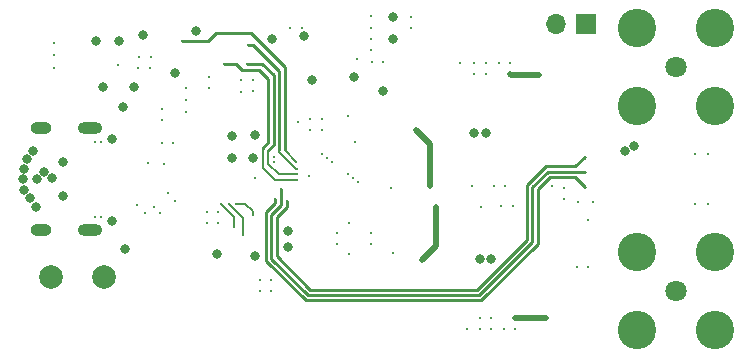
<source format=gbr>
%TF.GenerationSoftware,KiCad,Pcbnew,7.0.7*%
%TF.CreationDate,2024-02-10T10:35:29-08:00*%
%TF.ProjectId,Bandit_Dev_Platform,42616e64-6974-45f4-9465-765f506c6174,rev?*%
%TF.SameCoordinates,Original*%
%TF.FileFunction,Copper,L4,Bot*%
%TF.FilePolarity,Positive*%
%FSLAX46Y46*%
G04 Gerber Fmt 4.6, Leading zero omitted, Abs format (unit mm)*
G04 Created by KiCad (PCBNEW 7.0.7) date 2024-02-10 10:35:29*
%MOMM*%
%LPD*%
G01*
G04 APERTURE LIST*
%TA.AperFunction,ComponentPad*%
%ADD10C,2.000000*%
%TD*%
%TA.AperFunction,ComponentPad*%
%ADD11O,2.100000X1.000000*%
%TD*%
%TA.AperFunction,ComponentPad*%
%ADD12O,1.800000X1.000000*%
%TD*%
%TA.AperFunction,ComponentPad*%
%ADD13C,1.800000*%
%TD*%
%TA.AperFunction,ComponentPad*%
%ADD14C,3.250000*%
%TD*%
%TA.AperFunction,ComponentPad*%
%ADD15R,1.700000X1.700000*%
%TD*%
%TA.AperFunction,ComponentPad*%
%ADD16O,1.700000X1.700000*%
%TD*%
%TA.AperFunction,ViaPad*%
%ADD17C,0.800000*%
%TD*%
%TA.AperFunction,ViaPad*%
%ADD18C,0.300000*%
%TD*%
%TA.AperFunction,Conductor*%
%ADD19C,0.250000*%
%TD*%
%TA.AperFunction,Conductor*%
%ADD20C,0.500000*%
%TD*%
%TA.AperFunction,Conductor*%
%ADD21C,0.200000*%
%TD*%
G04 APERTURE END LIST*
D10*
%TO.P,SW1,1,A*%
%TO.N,Net-(SW1-A)*%
X27600000Y-44200000D03*
%TO.P,SW1,2,B*%
%TO.N,GND*%
X23100000Y-44200000D03*
%TD*%
D11*
%TO.P,P1,S1,SHIELD*%
%TO.N,GND*%
X26405000Y-31550000D03*
D12*
X22225000Y-31550000D03*
D11*
X26405000Y-40190000D03*
D12*
X22225000Y-40190000D03*
%TD*%
D13*
%TO.P,J6,1,In*%
%TO.N,/WGN_OUT_PORT*%
X76000000Y-26375000D03*
D14*
%TO.P,J6,2,Ext*%
%TO.N,GND*%
X72700000Y-23075000D03*
X72700000Y-29675000D03*
X79300000Y-23075000D03*
X79300000Y-29675000D03*
%TD*%
D15*
%TO.P,J12,1,Pin_1*%
%TO.N,/WGN_OUT_PORT*%
X68440000Y-22725000D03*
D16*
%TO.P,J12,2,Pin_2*%
%TO.N,/WGN_OUT*%
X65900000Y-22725000D03*
%TD*%
D13*
%TO.P,J5,1,In*%
%TO.N,Net-(J5-In)*%
X76000000Y-45375000D03*
D14*
%TO.P,J5,2,Ext*%
%TO.N,GND*%
X72700000Y-42075000D03*
X72700000Y-48675000D03*
X79300000Y-42075000D03*
X79300000Y-48675000D03*
%TD*%
D17*
%TO.N,+3V3*%
X21800000Y-38200000D03*
X21300000Y-37500000D03*
X20800000Y-36800000D03*
X21600000Y-33500000D03*
X21100000Y-34200000D03*
X20800000Y-35000000D03*
X20700000Y-35900000D03*
X21900000Y-35900000D03*
X22500000Y-35300000D03*
X23200000Y-35800000D03*
X24100000Y-37300000D03*
X24099312Y-34400688D03*
D18*
X40200000Y-28400000D03*
X39200000Y-28460000D03*
%TO.N,GND*%
X39200000Y-27500000D03*
X52100000Y-42090000D03*
%TO.N,VDDA*%
X50180000Y-41400000D03*
X50180000Y-40400000D03*
%TO.N,GND*%
X51910000Y-36600000D03*
X68610000Y-39300000D03*
X68580000Y-43300000D03*
%TO.N,VDDA*%
X67620000Y-43300000D03*
%TO.N,+3V3*%
X36480000Y-28200000D03*
X33460000Y-32810000D03*
X34570000Y-30180000D03*
X45050000Y-31710000D03*
X37260000Y-39600000D03*
X30450000Y-26490000D03*
X46050000Y-31710000D03*
D17*
X33642500Y-26890000D03*
X35400000Y-23350000D03*
D18*
X30420589Y-38090589D03*
D17*
X30862500Y-23700000D03*
D18*
X37280000Y-38620000D03*
X31450000Y-26490000D03*
X40367500Y-35800000D03*
D17*
X28850000Y-24200000D03*
D18*
X28800000Y-26200000D03*
D17*
%TO.N,GND*%
X52025000Y-24025000D03*
D18*
X77600000Y-33730000D03*
X41770000Y-45380000D03*
X23340000Y-26450000D03*
X48220000Y-35410000D03*
D17*
X28300000Y-39400000D03*
D18*
X27300000Y-39100000D03*
X77600000Y-38000000D03*
X53575000Y-23105000D03*
X61939800Y-26022600D03*
X61000000Y-26020000D03*
D17*
X29400000Y-41825000D03*
X51175000Y-28425000D03*
D18*
X31850000Y-38210000D03*
X47310000Y-40480000D03*
X46470000Y-34080000D03*
X32350000Y-38750000D03*
X32500000Y-32810000D03*
D17*
X28300000Y-32500000D03*
X59390200Y-42622500D03*
D18*
X42000000Y-34400000D03*
D17*
X27500000Y-28100000D03*
D18*
X61557100Y-36454600D03*
D17*
X40400000Y-32100000D03*
D18*
X46920000Y-34430000D03*
D17*
X38400000Y-34100000D03*
D18*
X59390200Y-48602500D03*
X30530000Y-25500000D03*
X34530000Y-28170000D03*
X40770000Y-45380000D03*
D17*
X48750000Y-27225000D03*
D18*
X58290200Y-48602500D03*
X50225000Y-23055000D03*
D17*
X40200000Y-34100000D03*
D18*
X31530000Y-25500000D03*
X62190200Y-38142500D03*
D17*
X29200000Y-29775000D03*
D18*
X27300000Y-32700000D03*
D17*
X45175000Y-27487500D03*
D18*
X62390200Y-48602500D03*
X31099411Y-38769411D03*
X48820000Y-32700000D03*
X48310000Y-39610000D03*
D17*
X37134668Y-42178675D03*
D18*
X44050000Y-31060000D03*
X57730700Y-26020000D03*
X60630000Y-36454600D03*
X46050000Y-30750000D03*
X44375000Y-23055000D03*
X58763100Y-36480000D03*
X51205000Y-25975000D03*
D17*
X40400000Y-42400000D03*
D18*
X60390200Y-48602500D03*
D17*
X43170000Y-41600000D03*
D18*
X49120000Y-36140000D03*
X23340000Y-25400000D03*
X59490200Y-38242500D03*
X26800000Y-32700000D03*
X58900000Y-26020000D03*
D17*
X30100000Y-28100000D03*
D18*
X34570000Y-29220000D03*
D17*
X60390200Y-42622500D03*
D18*
X36480000Y-27240000D03*
X23340000Y-24350000D03*
X32970000Y-37070000D03*
X47310000Y-41370000D03*
D17*
X58900000Y-32000000D03*
X38400000Y-32200000D03*
X71700000Y-33500000D03*
D18*
X32490000Y-30900000D03*
D17*
X41825000Y-24025000D03*
D18*
X32670589Y-34599411D03*
D17*
X26950000Y-24200000D03*
X44506500Y-23793500D03*
D18*
X50225000Y-23995000D03*
X33630000Y-37700000D03*
X32490000Y-29900000D03*
X61450200Y-48602500D03*
D17*
X59900000Y-32000000D03*
X43170000Y-40300000D03*
D18*
X36300000Y-39600000D03*
X31280589Y-34529411D03*
X66500000Y-36620000D03*
X65500000Y-36420000D03*
D17*
X72500000Y-33100000D03*
D18*
X48275000Y-30505000D03*
X61190200Y-38142500D03*
X40200000Y-27500000D03*
X45050000Y-30750000D03*
X36320000Y-38620000D03*
X44930000Y-35600000D03*
X26800000Y-39100000D03*
X59900000Y-26020000D03*
X43375000Y-23055000D03*
X46010000Y-33710000D03*
X48670000Y-35780000D03*
X48310000Y-42190000D03*
X42000000Y-34000000D03*
%TO.N,VDDA*%
X50245000Y-25975000D03*
X41770000Y-44420000D03*
X78700000Y-38000000D03*
X67700000Y-37780000D03*
D17*
X52025000Y-22125000D03*
D18*
X58900000Y-26980000D03*
X59900000Y-26980000D03*
X66500000Y-37600000D03*
X53575000Y-22145000D03*
X49000000Y-25675000D03*
X78700000Y-33730000D03*
X50225000Y-24955000D03*
X60390200Y-47642500D03*
X69000000Y-37780000D03*
X59390200Y-47642500D03*
X40770000Y-44420000D03*
X50225000Y-22095000D03*
%TO.N,Net-(U10A-+)*%
X64427300Y-27094700D03*
X61939800Y-26982600D03*
%TO.N,Net-(C39-Pad2)*%
X54000600Y-31680900D03*
X55194400Y-36480000D03*
%TO.N,Net-(C40-Pad2)*%
X55690200Y-38242500D03*
X54490200Y-42697500D03*
%TO.N,Net-(U9B-+)*%
X62390200Y-47642500D03*
X64990200Y-47632500D03*
%TO.N,/LED_B*%
X39795000Y-24535000D03*
X43906597Y-34978940D03*
%TO.N,/LED_G*%
X39670000Y-26100000D03*
X43900079Y-35478400D03*
%TO.N,/LED_R*%
X43899956Y-35977902D03*
X37710000Y-26100000D03*
%TO.N,/USER_LED*%
X34200000Y-24210000D03*
X43886905Y-34400000D03*
%TO.N,/ADC_SDI*%
X40170000Y-38900000D03*
X38798074Y-37971925D03*
%TO.N,/ADC_CSN*%
X37500000Y-37990000D03*
X38600000Y-39950000D03*
%TO.N,/ADC_SCK*%
X39350000Y-40585000D03*
X38193262Y-38002803D03*
%TO.N,/~{PGA_CS}*%
X68325000Y-33970000D03*
X43044500Y-37706525D03*
%TO.N,/PGA_SCK*%
X68325000Y-36510000D03*
X42071896Y-37537358D03*
%TO.N,/PGA_SI*%
X42570000Y-36700000D03*
X68325000Y-35240000D03*
%TD*%
D19*
%TO.N,/LED_R*%
X41031802Y-33231802D02*
X41500000Y-32763604D01*
X41500000Y-32763604D02*
X41500000Y-27400000D01*
X38800000Y-26100000D02*
X37710000Y-26100000D01*
X41500000Y-27400000D02*
X40700000Y-26600000D01*
X40700000Y-26600000D02*
X39300000Y-26600000D01*
X39300000Y-26600000D02*
X38800000Y-26100000D01*
%TO.N,/LED_G*%
X39670000Y-26100000D02*
X41000000Y-26100000D01*
X41000000Y-26100000D02*
X41950000Y-27050000D01*
X41950000Y-27050000D02*
X41950000Y-32950000D01*
X41950000Y-32950000D02*
X41500000Y-33400000D01*
%TO.N,/LED_B*%
X42400000Y-33400000D02*
X42400000Y-26700000D01*
X42400000Y-26700000D02*
X40235000Y-24535000D01*
X40235000Y-24535000D02*
X39795000Y-24535000D01*
%TO.N,/USER_LED*%
X42900000Y-33413095D02*
X42900000Y-26400000D01*
X42900000Y-26400000D02*
X40000000Y-23500000D01*
X37100000Y-23500000D02*
X36390000Y-24210000D01*
X40000000Y-23500000D02*
X37100000Y-23500000D01*
X36390000Y-24210000D02*
X34200000Y-24210000D01*
D20*
%TO.N,Net-(U10A-+)*%
X62051900Y-27094700D02*
X64427300Y-27094700D01*
X61939800Y-26982600D02*
X62051900Y-27094700D01*
%TO.N,Net-(C39-Pad2)*%
X55194400Y-36480000D02*
X55194400Y-32874700D01*
X55194400Y-32874700D02*
X54000600Y-31680900D01*
%TO.N,Net-(C40-Pad2)*%
X55690200Y-41497500D02*
X54490200Y-42697500D01*
X55690200Y-38242500D02*
X55690200Y-41497500D01*
%TO.N,Net-(U9B-+)*%
X62400200Y-47632500D02*
X62390200Y-47642500D01*
X64990200Y-47632500D02*
X62400200Y-47632500D01*
D21*
%TO.N,/LED_B*%
X43829448Y-34978940D02*
X42400000Y-33549492D01*
X42400000Y-33549492D02*
X42400000Y-33400000D01*
X43906597Y-34978940D02*
X43829448Y-34978940D01*
%TO.N,/LED_G*%
X42378400Y-35478400D02*
X41500000Y-34600000D01*
X41500000Y-34600000D02*
X41500000Y-33400000D01*
X43900079Y-35478400D02*
X42378400Y-35478400D01*
%TO.N,/LED_R*%
X41031802Y-34931802D02*
X41031802Y-33231802D01*
X43899956Y-35977902D02*
X42077902Y-35977902D01*
X42077902Y-35977902D02*
X41300000Y-35200000D01*
X41300000Y-35200000D02*
X41031802Y-34931802D01*
%TO.N,/USER_LED*%
X43886905Y-34400000D02*
X42900000Y-33413095D01*
%TO.N,/ADC_SDI*%
X40170000Y-38600000D02*
X39541925Y-37971925D01*
X40170000Y-38900000D02*
X40170000Y-38600000D01*
X39541925Y-37971925D02*
X38798074Y-37971925D01*
%TO.N,/ADC_CSN*%
X37500000Y-37990000D02*
X38600000Y-39090000D01*
X37500000Y-37990000D02*
X37510000Y-38010000D01*
X38600000Y-39090000D02*
X38600000Y-39950000D01*
%TO.N,/ADC_SCK*%
X38193262Y-38003510D02*
X39350000Y-39160248D01*
X39350000Y-39160248D02*
X39350000Y-40585000D01*
X38193262Y-38002803D02*
X38193262Y-38003510D01*
D19*
%TO.N,/~{PGA_CS}*%
X42200000Y-39072792D02*
X42200000Y-42427208D01*
X43044500Y-37706525D02*
X43044500Y-38228292D01*
X43044500Y-38228292D02*
X42200000Y-39072792D01*
X67505000Y-34790000D02*
X68325000Y-33970000D01*
X59177208Y-45250000D02*
X63400000Y-41027208D01*
X42200000Y-42427208D02*
X45022792Y-45250000D01*
X45022792Y-45250000D02*
X59177208Y-45250000D01*
X63400000Y-41027208D02*
X63400000Y-36363604D01*
X63400000Y-36363604D02*
X64973604Y-34790000D01*
X64973604Y-34790000D02*
X67505000Y-34790000D01*
%TO.N,/PGA_SCK*%
X42071896Y-37537358D02*
X42071896Y-37928104D01*
X67505000Y-35690000D02*
X68325000Y-36510000D01*
X41300000Y-38700000D02*
X41300000Y-42800000D01*
X41300000Y-42800000D02*
X44650000Y-46150000D01*
X44650000Y-46150000D02*
X59550000Y-46150000D01*
X64300000Y-41400000D02*
X64300000Y-36736396D01*
X64300000Y-36736396D02*
X65346396Y-35690000D01*
X65346396Y-35690000D02*
X67505000Y-35690000D01*
X42071896Y-37928104D02*
X41300000Y-38700000D01*
X59550000Y-46150000D02*
X64300000Y-41400000D01*
%TO.N,/PGA_SI*%
X41750000Y-42613604D02*
X44836396Y-45700000D01*
X63850000Y-36550000D02*
X65160000Y-35240000D01*
X42570000Y-38066396D02*
X41750000Y-38886396D01*
X41750000Y-38886396D02*
X41750000Y-42613604D01*
X63850000Y-41213604D02*
X63850000Y-36550000D01*
X65160000Y-35240000D02*
X68325000Y-35240000D01*
X44836396Y-45700000D02*
X59363604Y-45700000D01*
X42570000Y-36700000D02*
X42570000Y-38066396D01*
X59363604Y-45700000D02*
X63850000Y-41213604D01*
D21*
X68285000Y-35200000D02*
X68325000Y-35240000D01*
%TD*%
M02*

</source>
